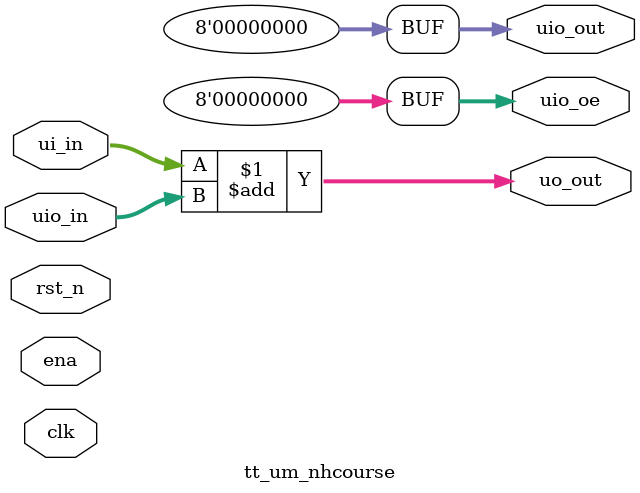
<source format=v>
/*
 * Copyright (c) 2024 Your Name
 * SPDX-License-Identifier: Apache-2.0
 */

`default_nettype none

module tt_um_nhcourse (
    input  wire [7:0] ui_in,    // Dedicated inputs
    output wire [7:0] uo_out,   // Dedicated outputs
    input  wire [7:0] uio_in,   // IOs: Input path
    output wire [7:0] uio_out,  // IOs: Output path
    output wire [7:0] uio_oe,   // IOs: Enable path (active high: 0=input, 1=output)
    input  wire       ena,      // always 1 when the design is powered, so you can ignore it
    input  wire       clk,      // clock
    input  wire       rst_n     // reset_n - low to reset
);

  // All output pins must be assigned. If not used, assign to 0.
  assign uo_out  = ui_in + uio_in;  // Example: ou_out is the sum of ui_in and uio_in
  assign uio_out = 0;
  assign uio_oe  = 0;

endmodule

</source>
